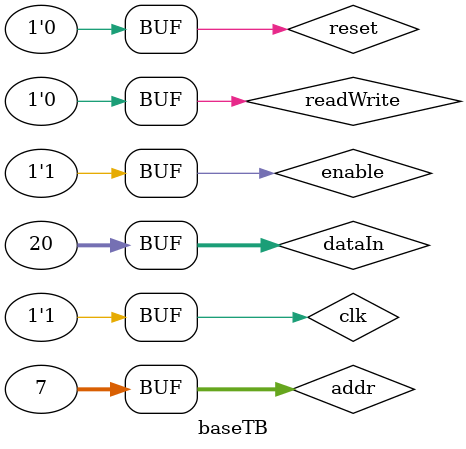
<source format=v>

module baseTB();
reg [31:0] addr;
reg clk, enable, readWrite, reset;
reg [31:0] dataIn;
wire [31:0] dataOut;

dMemBase testBase(addr, clk, enable, dataIn, readWrite, reset, dataOut);

always begin
#5; clk <= 0;
#5; clk <= 1;
end

initial begin
//read 0 write 1
clk = 1;
#5;

enable <= 1;
 #10;
 
 reset <= 1;
 
 #10;
 
 reset <= 0;
 #5;


dataIn <= 20;
readWrite <= 1;
addr <= 7; //should use chip 0 for addr 7.

#10;

readWrite <= 0;

#10;

end
endmodule

</source>
